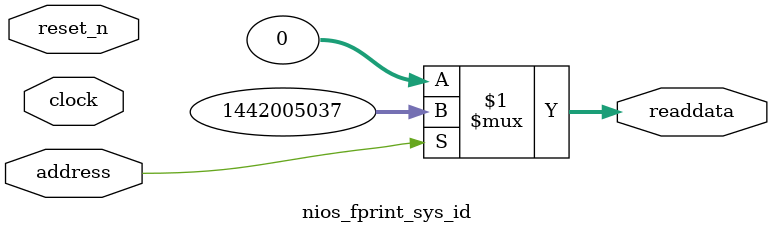
<source format=v>

`timescale 1ns / 1ps
// synthesis translate_on

// turn off superfluous verilog processor warnings 
// altera message_level Level1 
// altera message_off 10034 10035 10036 10037 10230 10240 10030 

module nios_fprint_sys_id (
               // inputs:
                address,
                clock,
                reset_n,

               // outputs:
                readdata
             )
;

  output  [ 31: 0] readdata;
  input            address;
  input            clock;
  input            reset_n;

  wire    [ 31: 0] readdata;
  //control_slave, which is an e_avalon_slave
  assign readdata = address ? 1442005037 : 0;

endmodule




</source>
